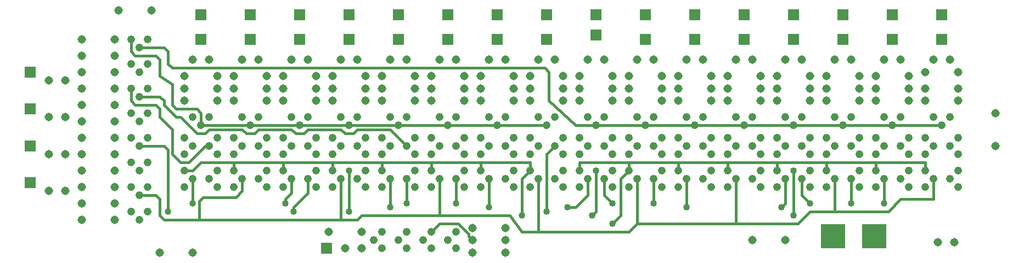
<source format=gtl>
G75*
G70*
%OFA0B0*%
%FSLAX24Y24*%
%IPPOS*%
%LPD*%
%AMOC8*
5,1,8,0,0,1.08239X$1,22.5*
%
%ADD10C,0.0515*%
%ADD11C,0.0476*%
%ADD12R,0.0709X0.0709*%
%ADD13R,0.1500X0.1500*%
%ADD14C,0.0160*%
%ADD15C,0.0400*%
D10*
X009100Y001100D03*
X011100Y001100D03*
X006350Y003100D03*
X004350Y003100D03*
X004350Y004100D03*
X006350Y004100D03*
X003350Y004850D03*
X002350Y004850D03*
X004350Y005100D03*
X006350Y005100D03*
X006350Y006100D03*
X004350Y006100D03*
X004350Y007100D03*
X003350Y007100D03*
X002350Y007100D03*
X004350Y008100D03*
X006350Y008100D03*
X006350Y009100D03*
X004350Y009100D03*
X003350Y009350D03*
X002350Y009350D03*
X004350Y010100D03*
X006350Y010100D03*
X006350Y011100D03*
X004350Y011100D03*
X003350Y011600D03*
X002350Y011600D03*
X004350Y012100D03*
X006350Y012100D03*
X006350Y013100D03*
X004350Y013100D03*
X004350Y014100D03*
X006350Y014100D03*
X011100Y012850D03*
X012100Y012850D03*
X014100Y012850D03*
X015100Y012850D03*
X017100Y012850D03*
X018100Y012850D03*
X020100Y012850D03*
X021100Y012850D03*
X023100Y012850D03*
X024100Y012850D03*
X026100Y012850D03*
X027100Y012850D03*
X029100Y012850D03*
X030100Y012850D03*
X032100Y012850D03*
X033100Y012850D03*
X035100Y012850D03*
X036100Y012850D03*
X038100Y012850D03*
X039100Y012850D03*
X041100Y012850D03*
X042100Y012850D03*
X044100Y012850D03*
X045100Y012850D03*
X047100Y012850D03*
X048100Y012850D03*
X050100Y012850D03*
X051100Y012850D03*
X053100Y012850D03*
X054100Y012850D03*
X056100Y012850D03*
X057100Y012850D03*
X057600Y012100D03*
X055600Y012100D03*
X054600Y011850D03*
X052600Y011850D03*
X051600Y011850D03*
X049600Y011850D03*
X048600Y011850D03*
X046600Y011850D03*
X045600Y011850D03*
X043600Y011850D03*
X042600Y011850D03*
X040600Y011850D03*
X039600Y011850D03*
X039600Y011100D03*
X040600Y011100D03*
X042600Y011100D03*
X043600Y011100D03*
X045600Y011100D03*
X046600Y011100D03*
X048600Y011100D03*
X049600Y011100D03*
X051600Y011100D03*
X052600Y011100D03*
X054600Y011100D03*
X055600Y011100D03*
X057600Y011100D03*
X057600Y010350D03*
X055600Y010350D03*
X054600Y010350D03*
X052600Y010350D03*
X051600Y010350D03*
X049600Y010350D03*
X048600Y010350D03*
X046600Y010350D03*
X045600Y010350D03*
X043600Y010350D03*
X042600Y010350D03*
X040600Y010350D03*
X039600Y010350D03*
X037600Y010350D03*
X036600Y010350D03*
X034600Y010350D03*
X033600Y010350D03*
X031600Y010350D03*
X030600Y010350D03*
X028600Y010350D03*
X027600Y010350D03*
X025600Y010350D03*
X024600Y010350D03*
X022600Y010350D03*
X021600Y010350D03*
X019600Y010350D03*
X018600Y010350D03*
X018600Y011100D03*
X019600Y011100D03*
X021600Y011100D03*
X022600Y011100D03*
X024600Y011100D03*
X025600Y011100D03*
X027600Y011100D03*
X028600Y011100D03*
X030600Y011100D03*
X031600Y011100D03*
X033600Y011100D03*
X034600Y011100D03*
X036600Y011100D03*
X037600Y011100D03*
X037600Y011850D03*
X036600Y011850D03*
X034600Y011850D03*
X033600Y011850D03*
X031600Y011850D03*
X030600Y011850D03*
X028600Y011850D03*
X027600Y011850D03*
X025600Y011850D03*
X024600Y011850D03*
X022600Y011850D03*
X021600Y011850D03*
X019600Y011850D03*
X018600Y011850D03*
X016600Y011850D03*
X015600Y011850D03*
X013600Y011850D03*
X012600Y011850D03*
X010600Y011850D03*
X010600Y011100D03*
X012600Y011100D03*
X013600Y011100D03*
X015600Y011100D03*
X016600Y011100D03*
X016600Y010350D03*
X015600Y010350D03*
X013600Y010350D03*
X012600Y010350D03*
X010600Y010350D03*
X006350Y007100D03*
X019350Y002350D03*
X021350Y002350D03*
X021350Y001350D03*
X020350Y001350D03*
X028100Y001100D03*
X030100Y001100D03*
X030100Y001850D03*
X028100Y001850D03*
X028100Y002600D03*
X030100Y002600D03*
X045100Y001850D03*
X047100Y001850D03*
X056350Y001725D03*
X057350Y001725D03*
X059850Y007600D03*
X059850Y009600D03*
X008600Y015850D03*
X006600Y015850D03*
D11*
X007350Y014100D03*
X007850Y013600D03*
X008350Y014100D03*
X008350Y012600D03*
X007350Y012600D03*
X007850Y012100D03*
X007350Y011100D03*
X008350Y011100D03*
X007850Y010600D03*
X007350Y009600D03*
X008350Y009600D03*
X007850Y009100D03*
X007350Y008100D03*
X008350Y008100D03*
X007850Y007600D03*
X010600Y007100D03*
X011100Y007600D03*
X012100Y007600D03*
X012600Y007100D03*
X013600Y007100D03*
X014100Y007600D03*
X015100Y007600D03*
X015600Y007100D03*
X016600Y007100D03*
X017100Y007600D03*
X018100Y007600D03*
X018600Y007100D03*
X019600Y007100D03*
X020100Y007600D03*
X021100Y007600D03*
X021600Y007100D03*
X022600Y007100D03*
X023100Y007600D03*
X024100Y007600D03*
X024600Y007100D03*
X025600Y007100D03*
X026100Y007600D03*
X027100Y007600D03*
X027600Y007100D03*
X028600Y007100D03*
X029100Y007600D03*
X030100Y007600D03*
X030600Y007100D03*
X031600Y007100D03*
X032100Y007600D03*
X033100Y007600D03*
X033600Y007100D03*
X034600Y007100D03*
X035100Y007600D03*
X036100Y007600D03*
X036600Y007100D03*
X037600Y007100D03*
X038100Y007600D03*
X039100Y007600D03*
X039600Y007100D03*
X040600Y007100D03*
X041100Y007600D03*
X042100Y007600D03*
X042600Y007100D03*
X043600Y007100D03*
X044100Y007600D03*
X045100Y007600D03*
X045600Y007100D03*
X046600Y007100D03*
X047100Y007600D03*
X048100Y007600D03*
X048600Y007100D03*
X049600Y007100D03*
X050100Y007600D03*
X051100Y007600D03*
X051600Y007100D03*
X052600Y007100D03*
X053100Y007600D03*
X054100Y007600D03*
X054600Y007100D03*
X055600Y007100D03*
X056100Y007600D03*
X057100Y007600D03*
X057600Y007100D03*
X057600Y006100D03*
X057100Y005600D03*
X056100Y005600D03*
X055600Y005100D03*
X054600Y005100D03*
X054100Y005600D03*
X053100Y005600D03*
X052600Y005100D03*
X051600Y005100D03*
X051100Y005600D03*
X050100Y005600D03*
X049600Y005100D03*
X048600Y005100D03*
X048100Y005600D03*
X047100Y005600D03*
X046600Y005100D03*
X045600Y005100D03*
X045100Y005600D03*
X044100Y005600D03*
X043600Y005100D03*
X042600Y005100D03*
X042100Y005600D03*
X041100Y005600D03*
X040600Y005100D03*
X039600Y005100D03*
X039100Y005600D03*
X038100Y005600D03*
X037600Y005100D03*
X036600Y005100D03*
X036100Y005600D03*
X035100Y005600D03*
X034600Y005100D03*
X033600Y005100D03*
X033100Y005600D03*
X032100Y005600D03*
X031600Y005100D03*
X030600Y005100D03*
X030100Y005600D03*
X029100Y005600D03*
X028600Y005100D03*
X027600Y005100D03*
X027100Y005600D03*
X026100Y005600D03*
X025600Y005100D03*
X024600Y005100D03*
X024100Y005600D03*
X023100Y005600D03*
X022600Y005100D03*
X021600Y005100D03*
X021100Y005600D03*
X020100Y005600D03*
X019600Y005100D03*
X018600Y005100D03*
X018100Y005600D03*
X017100Y005600D03*
X016600Y005100D03*
X015600Y005100D03*
X015100Y005600D03*
X014100Y005600D03*
X013600Y005100D03*
X012600Y005100D03*
X012100Y005600D03*
X011100Y005600D03*
X010600Y005100D03*
X008350Y005100D03*
X007350Y005100D03*
X007850Y004600D03*
X007350Y003600D03*
X007850Y003100D03*
X008350Y003600D03*
X007850Y006100D03*
X007350Y006600D03*
X008350Y006600D03*
X010600Y006100D03*
X012600Y006100D03*
X013600Y006100D03*
X015600Y006100D03*
X016600Y006100D03*
X018600Y006100D03*
X019600Y006100D03*
X021600Y006100D03*
X022600Y006100D03*
X024600Y006100D03*
X025600Y006100D03*
X027600Y006100D03*
X028600Y006100D03*
X030600Y006100D03*
X031600Y006100D03*
X033600Y006100D03*
X034600Y006100D03*
X036600Y006100D03*
X037600Y006100D03*
X039600Y006100D03*
X040600Y006100D03*
X042600Y006100D03*
X043600Y006100D03*
X045600Y006100D03*
X046600Y006100D03*
X048600Y006100D03*
X049600Y006100D03*
X051600Y006100D03*
X052600Y006100D03*
X054600Y006100D03*
X055600Y006100D03*
X057600Y005100D03*
X057600Y008100D03*
X055600Y008100D03*
X054600Y008100D03*
X052600Y008100D03*
X051600Y008100D03*
X049600Y008100D03*
X048600Y008100D03*
X046600Y008100D03*
X045600Y008100D03*
X043600Y008100D03*
X042600Y008100D03*
X040600Y008100D03*
X039600Y008100D03*
X038600Y008850D03*
X038100Y009350D03*
X039100Y009350D03*
X041100Y009350D03*
X042100Y009350D03*
X041600Y008850D03*
X044100Y009350D03*
X045100Y009350D03*
X044600Y008850D03*
X047100Y009350D03*
X048100Y009350D03*
X047600Y008850D03*
X050100Y009350D03*
X051100Y009350D03*
X050600Y008850D03*
X053100Y009350D03*
X054100Y009350D03*
X053600Y008850D03*
X056100Y009350D03*
X057100Y009350D03*
X056600Y008850D03*
X037600Y008100D03*
X036600Y008100D03*
X034600Y008100D03*
X033600Y008100D03*
X031600Y008100D03*
X030600Y008100D03*
X028600Y008100D03*
X027600Y008100D03*
X025600Y008100D03*
X024600Y008100D03*
X022600Y008100D03*
X021600Y008100D03*
X019600Y008100D03*
X018600Y008100D03*
X017600Y008850D03*
X017100Y009350D03*
X018100Y009350D03*
X020100Y009350D03*
X021100Y009350D03*
X020600Y008850D03*
X023100Y009350D03*
X024100Y009350D03*
X023600Y008850D03*
X026100Y009350D03*
X027100Y009350D03*
X026600Y008850D03*
X029100Y009350D03*
X030100Y009350D03*
X029600Y008850D03*
X032100Y009350D03*
X033100Y009350D03*
X032600Y008850D03*
X035100Y009350D03*
X036100Y009350D03*
X035600Y008850D03*
X016600Y008100D03*
X015600Y008100D03*
X013600Y008100D03*
X012600Y008100D03*
X010600Y008100D03*
X011600Y008850D03*
X011100Y009350D03*
X012100Y009350D03*
X014100Y009350D03*
X015100Y009350D03*
X014600Y008850D03*
X022600Y002350D03*
X022100Y001850D03*
X022600Y001350D03*
X023600Y001850D03*
X025100Y001850D03*
X025600Y001350D03*
X024100Y001350D03*
X026600Y001850D03*
X027100Y001350D03*
X027100Y002350D03*
X025600Y002350D03*
X024100Y002350D03*
D12*
X019225Y001350D03*
X001225Y005350D03*
X001225Y007600D03*
X001225Y009850D03*
X001225Y012100D03*
X011600Y014100D03*
X014600Y014100D03*
X017600Y014100D03*
X020600Y014100D03*
X023600Y014100D03*
X026600Y014100D03*
X029600Y014100D03*
X032600Y014100D03*
X035600Y014350D03*
X038600Y014100D03*
X041600Y014100D03*
X044600Y014100D03*
X047600Y014100D03*
X050600Y014100D03*
X053600Y014100D03*
X056600Y014100D03*
X056600Y015600D03*
X053600Y015600D03*
X050600Y015600D03*
X047600Y015600D03*
X044600Y015600D03*
X041600Y015600D03*
X038600Y015600D03*
X035600Y015600D03*
X032600Y015600D03*
X029600Y015600D03*
X026600Y015600D03*
X023600Y015600D03*
X020600Y015600D03*
X017600Y015600D03*
X014600Y015600D03*
X011600Y015600D03*
D13*
X049975Y002100D03*
X052475Y002100D03*
D14*
X048600Y003600D02*
X047850Y002850D01*
X044100Y002850D01*
X038100Y002850D01*
X037600Y002350D01*
X032100Y002350D01*
X031100Y002350D01*
X030350Y003350D01*
X026100Y003350D01*
X026100Y005600D01*
X027100Y005600D02*
X027100Y004100D01*
X026100Y003350D02*
X021350Y003350D01*
X021100Y003100D01*
X020100Y003100D01*
X020100Y005600D01*
X019600Y006100D02*
X019600Y006600D01*
X016600Y006600D01*
X016600Y006100D01*
X016600Y006600D02*
X013600Y006600D01*
X013600Y006100D01*
X013600Y006600D02*
X011600Y006600D01*
X011100Y006100D01*
X010600Y006100D01*
X010350Y006600D02*
X010850Y006600D01*
X011850Y007600D01*
X012100Y007600D01*
X011850Y008350D02*
X011350Y008350D01*
X010350Y009350D01*
X010100Y009350D01*
X009350Y010100D01*
X009350Y010350D01*
X009100Y010600D01*
X007850Y010600D01*
X007350Y010350D02*
X007600Y010100D01*
X008850Y010100D01*
X009100Y009850D01*
X009100Y009350D01*
X009850Y008600D01*
X009850Y007100D01*
X010350Y006600D01*
X009600Y007350D02*
X009350Y007600D01*
X007850Y007600D01*
X009600Y007350D02*
X009600Y003600D01*
X009100Y003350D02*
X009350Y003100D01*
X011475Y003100D01*
X020100Y003100D01*
X020600Y003600D02*
X020600Y006100D01*
X019600Y006600D02*
X022600Y006600D01*
X022600Y006100D01*
X022600Y006600D02*
X025600Y006600D01*
X025600Y006100D01*
X025600Y006600D02*
X028600Y006600D01*
X028600Y006100D01*
X028600Y006600D02*
X031600Y006600D01*
X031600Y006100D01*
X031100Y005600D01*
X031100Y003350D01*
X032600Y003600D02*
X032600Y007100D01*
X033100Y007600D01*
X034600Y006600D02*
X034600Y006100D01*
X035600Y006100D02*
X035600Y003600D01*
X035350Y003350D01*
X034350Y003850D02*
X033850Y003850D01*
X034350Y003850D02*
X035100Y004600D01*
X035100Y005600D01*
X036100Y005600D02*
X036100Y004600D01*
X036600Y004100D01*
X037100Y003350D02*
X037100Y005600D01*
X037600Y006100D01*
X037600Y006600D01*
X034600Y006600D01*
X037600Y006600D02*
X040600Y006600D01*
X040600Y006100D01*
X040600Y006600D02*
X043600Y006600D01*
X043600Y006100D01*
X043600Y006600D02*
X046600Y006600D01*
X046600Y006100D01*
X047600Y006100D02*
X047600Y003350D01*
X048600Y003600D02*
X050100Y003600D01*
X053350Y003600D01*
X054100Y004350D01*
X056100Y004350D01*
X056100Y005600D01*
X055600Y006100D02*
X055600Y006600D01*
X052600Y006600D01*
X052600Y006100D01*
X052600Y006600D02*
X049600Y006600D01*
X049600Y006100D01*
X049600Y006600D02*
X046600Y006600D01*
X047100Y005600D02*
X047100Y004100D01*
X046850Y003850D01*
X048100Y004600D02*
X048600Y004100D01*
X048100Y004600D02*
X048100Y005600D01*
X050100Y005600D02*
X050100Y003600D01*
X051100Y004100D02*
X051100Y005600D01*
X053100Y005600D02*
X053100Y004100D01*
X044100Y002850D02*
X044100Y005600D01*
X041100Y005600D02*
X041100Y003850D01*
X039100Y004100D02*
X039100Y005600D01*
X038100Y005600D02*
X038100Y002850D01*
X037100Y003350D02*
X036600Y002850D01*
X032100Y002350D02*
X032100Y005600D01*
X029100Y005600D02*
X029100Y003850D01*
X027850Y002225D02*
X027225Y002850D01*
X026100Y002850D01*
X025600Y002350D01*
X027850Y002225D02*
X027850Y002100D01*
X028100Y001850D01*
X023100Y003850D02*
X023100Y005600D01*
X024100Y005600D02*
X024100Y004100D01*
X018100Y004725D02*
X017225Y003850D01*
X017225Y003600D01*
X016725Y004100D02*
X016725Y004350D01*
X017100Y004725D01*
X017100Y005600D01*
X018100Y005600D02*
X018100Y004725D01*
X014100Y004850D02*
X013725Y004475D01*
X011725Y004475D01*
X011475Y004225D01*
X011475Y003100D01*
X009100Y003350D02*
X009100Y004350D01*
X008850Y004600D01*
X007850Y004600D01*
X011100Y004100D02*
X011100Y005600D01*
X014100Y005600D02*
X014100Y004850D01*
X023100Y008600D02*
X024100Y007600D01*
X023100Y008600D02*
X021100Y008600D01*
X020850Y008350D01*
X020350Y008350D01*
X020100Y008600D01*
X018100Y008600D01*
X017850Y008350D01*
X017350Y008350D01*
X017100Y008600D01*
X015100Y008600D01*
X014850Y008350D01*
X014350Y008350D01*
X014100Y008600D01*
X012100Y008600D01*
X011850Y008350D01*
X011600Y008850D02*
X011600Y009600D01*
X011350Y009850D01*
X010100Y009850D01*
X009850Y010100D01*
X009850Y011350D01*
X009100Y011850D01*
X009100Y012850D01*
X008850Y013100D01*
X007600Y013100D01*
X007350Y013350D01*
X007350Y014100D01*
X007850Y013600D02*
X009350Y013600D01*
X009600Y013350D01*
X009600Y012600D01*
X009850Y012350D01*
X032475Y012350D01*
X032725Y012100D01*
X032725Y010350D01*
X034350Y008850D01*
X035600Y008850D01*
X038600Y008850D01*
X041600Y008850D01*
X044600Y008850D01*
X047600Y008850D01*
X050600Y008850D01*
X053600Y008850D01*
X056600Y008850D01*
X032600Y008850D02*
X029600Y008850D01*
X026600Y008850D01*
X023600Y008850D01*
X020600Y008850D01*
X017600Y008850D01*
X014600Y008850D01*
X011600Y008850D01*
X007350Y010350D02*
X007350Y011100D01*
D15*
X020600Y006100D03*
X024100Y004100D03*
X023100Y003850D03*
X020600Y003600D03*
X017225Y003600D03*
X016725Y004100D03*
X011100Y004100D03*
X009600Y003600D03*
X027100Y004100D03*
X029100Y003850D03*
X031100Y003350D03*
X032600Y003600D03*
X033850Y003850D03*
X035350Y003350D03*
X036600Y002850D03*
X036600Y004100D03*
X039100Y004100D03*
X041100Y003850D03*
X046850Y003850D03*
X047600Y003350D03*
X048600Y004100D03*
X051100Y004100D03*
X053100Y004100D03*
X047600Y006100D03*
X035600Y006100D03*
M02*

</source>
